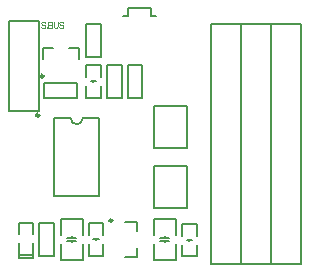
<source format=gto>
G04*
G04 #@! TF.GenerationSoftware,Altium Limited,Altium Designer,20.2.6 (244)*
G04*
G04 Layer_Color=65535*
%FSLAX24Y24*%
%MOIN*%
G70*
G04*
G04 #@! TF.SameCoordinates,5BA78797-F0C5-4362-90F7-91A5E935EFA1*
G04*
G04*
G04 #@! TF.FilePolarity,Positive*
G04*
G01*
G75*
%ADD10C,0.0098*%
%ADD11C,0.0079*%
%ADD12C,0.0100*%
%ADD13C,0.0080*%
%ADD14C,0.0060*%
%ADD15C,0.0039*%
D10*
X1413Y6670D02*
G03*
X1413Y6670I-49J0D01*
G01*
X3709Y1860D02*
G03*
X3709Y1860I-49J0D01*
G01*
D11*
X2320Y5270D02*
G03*
X2720Y5269I200J-1D01*
G01*
X2269Y7596D02*
X2584D01*
Y7241D02*
Y7596D01*
X1403D02*
X1717D01*
X1403Y7241D02*
Y7596D01*
X4142Y1821D02*
X4536D01*
Y1506D02*
Y1821D01*
X4142Y639D02*
X4536D01*
Y954D01*
X7000Y8400D02*
X8000D01*
X7000Y400D02*
Y8400D01*
Y400D02*
X8000D01*
Y8400D01*
X9000D01*
X8000Y400D02*
Y8400D01*
Y400D02*
X9000D01*
Y8400D01*
X10000D01*
X9000Y400D02*
Y8400D01*
Y400D02*
X10000D01*
Y8400D01*
X2720Y5269D02*
X3270D01*
X1770Y5269D02*
X2320Y5270D01*
X1770Y2671D02*
Y5269D01*
X3270Y2671D02*
Y5269D01*
X1770Y2671D02*
X3270D01*
X4216Y8951D02*
X5004D01*
Y8675D02*
Y8951D01*
Y8675D02*
X5181D01*
X4216D02*
Y8951D01*
X4049Y8675D02*
X4216D01*
X250Y5519D02*
Y8520D01*
Y5519D02*
X1250D01*
Y8520D01*
X250D02*
X1250D01*
D12*
X1271Y5370D02*
G03*
X1271Y5370I-51J0D01*
G01*
D13*
X1445Y5950D02*
Y6430D01*
Y5950D02*
X2154D01*
X1445Y6430D02*
X2144D01*
Y5950D02*
X2542D01*
X2144Y6430D02*
X2542D01*
Y5950D02*
Y6430D01*
X2840Y7302D02*
X3320D01*
Y8010D01*
X2840Y7302D02*
Y8000D01*
X3320D02*
Y8398D01*
X2840Y8000D02*
Y8398D01*
X3320D01*
X5100Y1899D02*
X5820D01*
X5100Y561D02*
X5820D01*
X5100D02*
Y1080D01*
Y1380D02*
Y1899D01*
X5820Y1380D02*
Y1899D01*
Y561D02*
Y1080D01*
X2000Y561D02*
X2720D01*
X2000Y1899D02*
X2720D01*
Y1380D02*
Y1899D01*
Y561D02*
Y1080D01*
X2000Y561D02*
Y1080D01*
Y1380D02*
Y1899D01*
X4220Y5958D02*
X4700D01*
Y6666D01*
X4220Y5958D02*
Y6656D01*
X4700D02*
Y7054D01*
X4220Y6656D02*
Y7054D01*
X4700D01*
X3540Y5958D02*
X4020D01*
Y6666D01*
X3540Y5958D02*
Y6656D01*
X4020D02*
Y7054D01*
X3540Y6656D02*
Y7054D01*
X4020D01*
X604Y709D02*
X1076D01*
Y1400D02*
Y1791D01*
X604Y1400D02*
Y1791D01*
X1076D01*
X604Y600D02*
X1076D01*
Y1100D01*
X604Y600D02*
Y1100D01*
X1270Y682D02*
X1750D01*
Y1390D01*
X1270Y682D02*
Y1380D01*
X1750D02*
Y1778D01*
X1270Y1380D02*
Y1778D01*
X1750D01*
X2920Y682D02*
X3400D01*
Y1080D01*
X2920Y682D02*
Y1080D01*
X3400Y1380D02*
Y1778D01*
X2920Y1380D02*
Y1778D01*
X3400D01*
X2840Y7054D02*
X3320D01*
X2840Y6656D02*
Y7054D01*
X3320Y6656D02*
Y7054D01*
X2840Y5958D02*
Y6356D01*
X3320Y5958D02*
Y6356D01*
X2840Y5958D02*
X3320D01*
X6040Y662D02*
X6520D01*
Y1060D01*
X6040Y662D02*
Y1060D01*
X6520Y1360D02*
Y1758D01*
X6040Y1360D02*
Y1758D01*
X6520D01*
D14*
X5100Y3670D02*
X6200D01*
Y2270D02*
Y3670D01*
X5100Y2270D02*
X6200D01*
X5100D02*
Y3670D01*
Y5670D02*
X6200D01*
Y4270D02*
Y5670D01*
X5100Y4270D02*
X6200D01*
X5100D02*
Y5670D01*
X5310Y1180D02*
X5610D01*
X5310Y1280D02*
X5610D01*
X5460D02*
Y1330D01*
Y1130D02*
Y1180D01*
X2210Y1280D02*
X2510D01*
X2210Y1180D02*
X2510D01*
X2360Y1130D02*
Y1180D01*
Y1280D02*
Y1330D01*
X3070Y1230D02*
X3250D01*
X3160D02*
Y1260D01*
Y1200D02*
Y1230D01*
X2990Y6506D02*
X3170D01*
X3080Y6476D02*
Y6506D01*
Y6536D01*
X6280Y1210D02*
Y1240D01*
Y1180D02*
Y1210D01*
X6190D02*
X6370D01*
D15*
X1472Y8447D02*
X1454Y8466D01*
X1425Y8476D01*
X1388D01*
X1360Y8466D01*
X1341Y8447D01*
Y8429D01*
X1350Y8410D01*
X1360Y8401D01*
X1379Y8391D01*
X1435Y8373D01*
X1454Y8363D01*
X1463Y8354D01*
X1472Y8335D01*
Y8307D01*
X1454Y8288D01*
X1425Y8279D01*
X1388D01*
X1360Y8288D01*
X1341Y8307D01*
X1526Y8298D02*
X1516Y8288D01*
X1526Y8279D01*
X1535Y8288D01*
X1526Y8298D01*
X1578Y8476D02*
Y8279D01*
Y8476D02*
X1663D01*
X1691Y8466D01*
X1700Y8457D01*
X1709Y8438D01*
Y8419D01*
X1700Y8401D01*
X1691Y8391D01*
X1663Y8382D01*
X1578D02*
X1663D01*
X1691Y8373D01*
X1700Y8363D01*
X1709Y8344D01*
Y8316D01*
X1700Y8298D01*
X1691Y8288D01*
X1663Y8279D01*
X1578D01*
X1753Y8476D02*
Y8335D01*
X1763Y8307D01*
X1782Y8288D01*
X1810Y8279D01*
X1828D01*
X1857Y8288D01*
X1875Y8307D01*
X1885Y8335D01*
Y8476D01*
X2070Y8447D02*
X2051Y8466D01*
X2023Y8476D01*
X1986D01*
X1958Y8466D01*
X1939Y8447D01*
Y8429D01*
X1948Y8410D01*
X1958Y8401D01*
X1977Y8391D01*
X2033Y8373D01*
X2051Y8363D01*
X2061Y8354D01*
X2070Y8335D01*
Y8307D01*
X2051Y8288D01*
X2023Y8279D01*
X1986D01*
X1958Y8288D01*
X1939Y8307D01*
M02*

</source>
